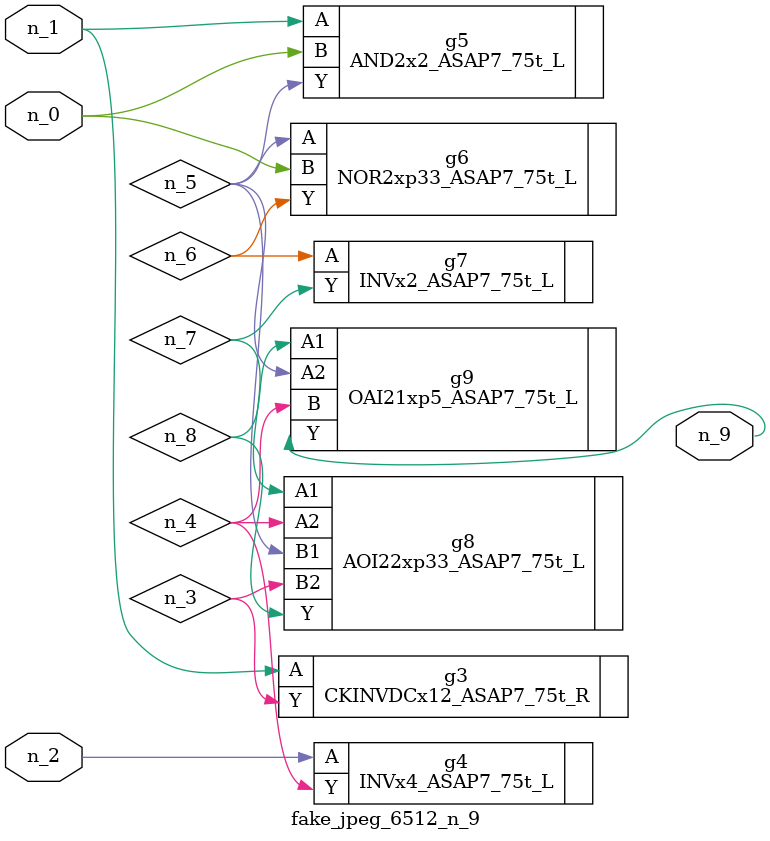
<source format=v>
module fake_jpeg_6512_n_9 (n_0, n_2, n_1, n_9);

input n_0;
input n_2;
input n_1;

output n_9;

wire n_3;
wire n_4;
wire n_8;
wire n_6;
wire n_5;
wire n_7;

CKINVDCx12_ASAP7_75t_R g3 ( 
.A(n_1),
.Y(n_3)
);

INVx4_ASAP7_75t_L g4 ( 
.A(n_2),
.Y(n_4)
);

AND2x2_ASAP7_75t_L g5 ( 
.A(n_1),
.B(n_0),
.Y(n_5)
);

NOR2xp33_ASAP7_75t_L g6 ( 
.A(n_5),
.B(n_0),
.Y(n_6)
);

INVx2_ASAP7_75t_L g7 ( 
.A(n_6),
.Y(n_7)
);

AOI22xp33_ASAP7_75t_L g8 ( 
.A1(n_7),
.A2(n_4),
.B1(n_5),
.B2(n_3),
.Y(n_8)
);

OAI21xp5_ASAP7_75t_L g9 ( 
.A1(n_8),
.A2(n_5),
.B(n_4),
.Y(n_9)
);


endmodule
</source>
